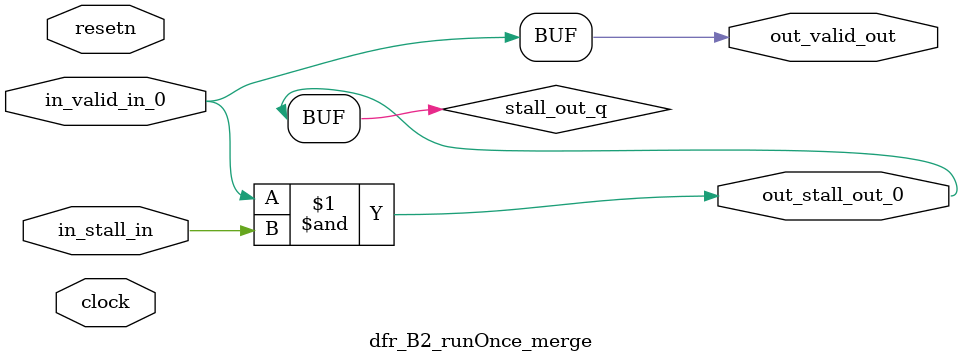
<source format=sv>



(* altera_attribute = "-name AUTO_SHIFT_REGISTER_RECOGNITION OFF; -name MESSAGE_DISABLE 10036; -name MESSAGE_DISABLE 10037; -name MESSAGE_DISABLE 14130; -name MESSAGE_DISABLE 14320; -name MESSAGE_DISABLE 15400; -name MESSAGE_DISABLE 14130; -name MESSAGE_DISABLE 10036; -name MESSAGE_DISABLE 12020; -name MESSAGE_DISABLE 12030; -name MESSAGE_DISABLE 12010; -name MESSAGE_DISABLE 12110; -name MESSAGE_DISABLE 14320; -name MESSAGE_DISABLE 13410; -name MESSAGE_DISABLE 113007; -name MESSAGE_DISABLE 10958" *)
module dfr_B2_runOnce_merge (
    input wire [0:0] in_stall_in,
    input wire [0:0] in_valid_in_0,
    output wire [0:0] out_stall_out_0,
    output wire [0:0] out_valid_out,
    input wire clock,
    input wire resetn
    );

    wire [0:0] stall_out_q;


    // stall_out(LOGICAL,6)
    assign stall_out_q = in_valid_in_0 & in_stall_in;

    // out_stall_out_0(GPOUT,4)
    assign out_stall_out_0 = stall_out_q;

    // out_valid_out(GPOUT,5)
    assign out_valid_out = in_valid_in_0;

endmodule

</source>
